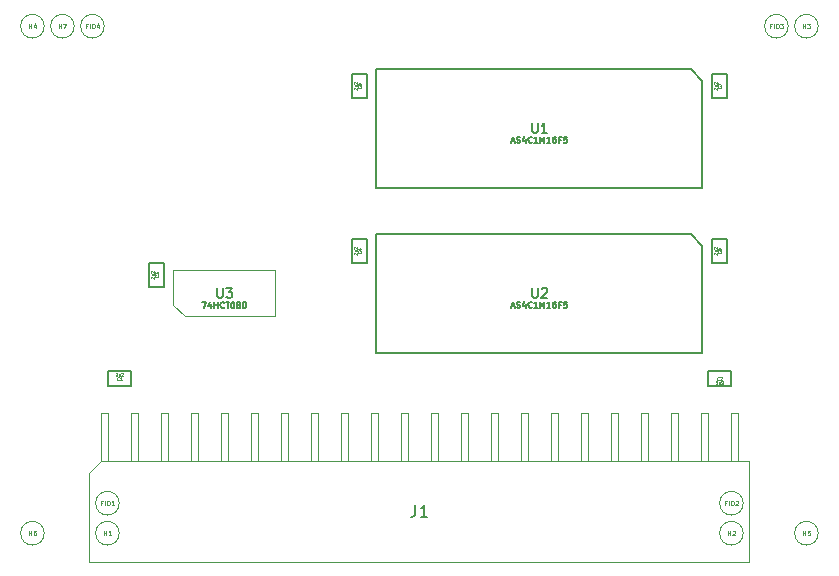
<source format=gbr>
G04 #@! TF.GenerationSoftware,KiCad,Pcbnew,(6.0.1-0)*
G04 #@! TF.CreationDate,2022-02-10T22:24:19-05:00*
G04 #@! TF.ProjectId,MacClassicRAMCard,4d616343-6c61-4737-9369-6352414d4361,rev?*
G04 #@! TF.SameCoordinates,Original*
G04 #@! TF.FileFunction,AssemblyDrawing,Top*
%FSLAX46Y46*%
G04 Gerber Fmt 4.6, Leading zero omitted, Abs format (unit mm)*
G04 Created by KiCad (PCBNEW (6.0.1-0)) date 2022-02-10 22:24:19*
%MOMM*%
%LPD*%
G01*
G04 APERTURE LIST*
%ADD10C,0.100000*%
%ADD11C,0.063500*%
%ADD12C,0.150000*%
%ADD13C,0.203200*%
%ADD14C,0.127000*%
G04 APERTURE END LIST*
D10*
X92535428Y-90395428D02*
X92402095Y-90395428D01*
X92402095Y-90604952D02*
X92402095Y-90204952D01*
X92592571Y-90204952D01*
X92744952Y-90604952D02*
X92744952Y-90204952D01*
X92935428Y-90604952D02*
X92935428Y-90204952D01*
X93030666Y-90204952D01*
X93087809Y-90224000D01*
X93125904Y-90262095D01*
X93144952Y-90300190D01*
X93164000Y-90376380D01*
X93164000Y-90433523D01*
X93144952Y-90509714D01*
X93125904Y-90547809D01*
X93087809Y-90585904D01*
X93030666Y-90604952D01*
X92935428Y-90604952D01*
X93506857Y-90338285D02*
X93506857Y-90604952D01*
X93411619Y-90185904D02*
X93316380Y-90471619D01*
X93564000Y-90471619D01*
D11*
X115660714Y-109477333D02*
X115672809Y-109489428D01*
X115684904Y-109525714D01*
X115684904Y-109549904D01*
X115672809Y-109586190D01*
X115648619Y-109610380D01*
X115624428Y-109622476D01*
X115576047Y-109634571D01*
X115539761Y-109634571D01*
X115491380Y-109622476D01*
X115467190Y-109610380D01*
X115443000Y-109586190D01*
X115430904Y-109549904D01*
X115430904Y-109525714D01*
X115443000Y-109489428D01*
X115455095Y-109477333D01*
X115515571Y-109259619D02*
X115684904Y-109259619D01*
X115418809Y-109320095D02*
X115600238Y-109380571D01*
X115600238Y-109223333D01*
X115105095Y-109743428D02*
X115093000Y-109731333D01*
X115080904Y-109707142D01*
X115080904Y-109646666D01*
X115093000Y-109622476D01*
X115105095Y-109610380D01*
X115129285Y-109598285D01*
X115153476Y-109598285D01*
X115189761Y-109610380D01*
X115334904Y-109755523D01*
X115334904Y-109598285D01*
X115165571Y-109380571D02*
X115334904Y-109380571D01*
X115165571Y-109489428D02*
X115298619Y-109489428D01*
X115322809Y-109477333D01*
X115334904Y-109453142D01*
X115334904Y-109416857D01*
X115322809Y-109392666D01*
X115310714Y-109380571D01*
X115105095Y-109271714D02*
X115093000Y-109259619D01*
X115080904Y-109235428D01*
X115080904Y-109174952D01*
X115093000Y-109150761D01*
X115105095Y-109138666D01*
X115129285Y-109126571D01*
X115153476Y-109126571D01*
X115189761Y-109138666D01*
X115334904Y-109283809D01*
X115334904Y-109126571D01*
X95207666Y-120359714D02*
X95195571Y-120371809D01*
X95159285Y-120383904D01*
X95135095Y-120383904D01*
X95098809Y-120371809D01*
X95074619Y-120347619D01*
X95062523Y-120323428D01*
X95050428Y-120275047D01*
X95050428Y-120238761D01*
X95062523Y-120190380D01*
X95074619Y-120166190D01*
X95098809Y-120142000D01*
X95135095Y-120129904D01*
X95159285Y-120129904D01*
X95195571Y-120142000D01*
X95207666Y-120154095D01*
X95449571Y-120383904D02*
X95304428Y-120383904D01*
X95377000Y-120383904D02*
X95377000Y-120129904D01*
X95352809Y-120166190D01*
X95328619Y-120190380D01*
X95304428Y-120202476D01*
X94941571Y-119804095D02*
X94953666Y-119792000D01*
X94977857Y-119779904D01*
X95038333Y-119779904D01*
X95062523Y-119792000D01*
X95074619Y-119804095D01*
X95086714Y-119828285D01*
X95086714Y-119852476D01*
X95074619Y-119888761D01*
X94929476Y-120033904D01*
X95086714Y-120033904D01*
X95304428Y-119864571D02*
X95304428Y-120033904D01*
X95195571Y-119864571D02*
X95195571Y-119997619D01*
X95207666Y-120021809D01*
X95231857Y-120033904D01*
X95268142Y-120033904D01*
X95292333Y-120021809D01*
X95304428Y-120009714D01*
X95413285Y-119804095D02*
X95425380Y-119792000D01*
X95449571Y-119779904D01*
X95510047Y-119779904D01*
X95534238Y-119792000D01*
X95546333Y-119804095D01*
X95558428Y-119828285D01*
X95558428Y-119852476D01*
X95546333Y-119888761D01*
X95401190Y-120033904D01*
X95558428Y-120033904D01*
X146140714Y-109477333D02*
X146152809Y-109489428D01*
X146164904Y-109525714D01*
X146164904Y-109549904D01*
X146152809Y-109586190D01*
X146128619Y-109610380D01*
X146104428Y-109622476D01*
X146056047Y-109634571D01*
X146019761Y-109634571D01*
X145971380Y-109622476D01*
X145947190Y-109610380D01*
X145923000Y-109586190D01*
X145910904Y-109549904D01*
X145910904Y-109525714D01*
X145923000Y-109489428D01*
X145935095Y-109477333D01*
X145910904Y-109247523D02*
X145910904Y-109368476D01*
X146031857Y-109380571D01*
X146019761Y-109368476D01*
X146007666Y-109344285D01*
X146007666Y-109283809D01*
X146019761Y-109259619D01*
X146031857Y-109247523D01*
X146056047Y-109235428D01*
X146116523Y-109235428D01*
X146140714Y-109247523D01*
X146152809Y-109259619D01*
X146164904Y-109283809D01*
X146164904Y-109344285D01*
X146152809Y-109368476D01*
X146140714Y-109380571D01*
X145585095Y-109743428D02*
X145573000Y-109731333D01*
X145560904Y-109707142D01*
X145560904Y-109646666D01*
X145573000Y-109622476D01*
X145585095Y-109610380D01*
X145609285Y-109598285D01*
X145633476Y-109598285D01*
X145669761Y-109610380D01*
X145814904Y-109755523D01*
X145814904Y-109598285D01*
X145645571Y-109380571D02*
X145814904Y-109380571D01*
X145645571Y-109489428D02*
X145778619Y-109489428D01*
X145802809Y-109477333D01*
X145814904Y-109453142D01*
X145814904Y-109416857D01*
X145802809Y-109392666D01*
X145790714Y-109380571D01*
X145585095Y-109271714D02*
X145573000Y-109259619D01*
X145560904Y-109235428D01*
X145560904Y-109174952D01*
X145573000Y-109150761D01*
X145585095Y-109138666D01*
X145609285Y-109126571D01*
X145633476Y-109126571D01*
X145669761Y-109138666D01*
X145814904Y-109283809D01*
X145814904Y-109126571D01*
D10*
X150447428Y-90395428D02*
X150314095Y-90395428D01*
X150314095Y-90604952D02*
X150314095Y-90204952D01*
X150504571Y-90204952D01*
X150656952Y-90604952D02*
X150656952Y-90204952D01*
X150847428Y-90604952D02*
X150847428Y-90204952D01*
X150942666Y-90204952D01*
X150999809Y-90224000D01*
X151037904Y-90262095D01*
X151056952Y-90300190D01*
X151076000Y-90376380D01*
X151076000Y-90433523D01*
X151056952Y-90509714D01*
X151037904Y-90547809D01*
X150999809Y-90585904D01*
X150942666Y-90604952D01*
X150847428Y-90604952D01*
X151209333Y-90204952D02*
X151456952Y-90204952D01*
X151323619Y-90357333D01*
X151380761Y-90357333D01*
X151418857Y-90376380D01*
X151437904Y-90395428D01*
X151456952Y-90433523D01*
X151456952Y-90528761D01*
X151437904Y-90566857D01*
X151418857Y-90585904D01*
X151380761Y-90604952D01*
X151266476Y-90604952D01*
X151228380Y-90585904D01*
X151209333Y-90566857D01*
X87579238Y-90604952D02*
X87579238Y-90204952D01*
X87579238Y-90395428D02*
X87807809Y-90395428D01*
X87807809Y-90604952D02*
X87807809Y-90204952D01*
X88169714Y-90338285D02*
X88169714Y-90604952D01*
X88074476Y-90185904D02*
X87979238Y-90471619D01*
X88226857Y-90471619D01*
X153111238Y-90604952D02*
X153111238Y-90204952D01*
X153111238Y-90395428D02*
X153339809Y-90395428D01*
X153339809Y-90604952D02*
X153339809Y-90204952D01*
X153492190Y-90204952D02*
X153739809Y-90204952D01*
X153606476Y-90357333D01*
X153663619Y-90357333D01*
X153701714Y-90376380D01*
X153720761Y-90395428D01*
X153739809Y-90433523D01*
X153739809Y-90528761D01*
X153720761Y-90566857D01*
X153701714Y-90585904D01*
X153663619Y-90604952D01*
X153549333Y-90604952D01*
X153511238Y-90585904D01*
X153492190Y-90566857D01*
D12*
X120316666Y-130957380D02*
X120316666Y-131671666D01*
X120269047Y-131814523D01*
X120173809Y-131909761D01*
X120030952Y-131957380D01*
X119935714Y-131957380D01*
X121316666Y-131957380D02*
X120745238Y-131957380D01*
X121030952Y-131957380D02*
X121030952Y-130957380D01*
X120935714Y-131100238D01*
X120840476Y-131195476D01*
X120745238Y-131243095D01*
D10*
X146761238Y-133530952D02*
X146761238Y-133130952D01*
X146761238Y-133321428D02*
X146989809Y-133321428D01*
X146989809Y-133530952D02*
X146989809Y-133130952D01*
X147161238Y-133169047D02*
X147180285Y-133150000D01*
X147218380Y-133130952D01*
X147313619Y-133130952D01*
X147351714Y-133150000D01*
X147370761Y-133169047D01*
X147389809Y-133207142D01*
X147389809Y-133245238D01*
X147370761Y-133302380D01*
X147142190Y-133530952D01*
X147389809Y-133530952D01*
X93805428Y-130781428D02*
X93672095Y-130781428D01*
X93672095Y-130990952D02*
X93672095Y-130590952D01*
X93862571Y-130590952D01*
X94014952Y-130990952D02*
X94014952Y-130590952D01*
X94205428Y-130990952D02*
X94205428Y-130590952D01*
X94300666Y-130590952D01*
X94357809Y-130610000D01*
X94395904Y-130648095D01*
X94414952Y-130686190D01*
X94434000Y-130762380D01*
X94434000Y-130819523D01*
X94414952Y-130895714D01*
X94395904Y-130933809D01*
X94357809Y-130971904D01*
X94300666Y-130990952D01*
X94205428Y-130990952D01*
X94814952Y-130990952D02*
X94586380Y-130990952D01*
X94700666Y-130990952D02*
X94700666Y-130590952D01*
X94662571Y-130648095D01*
X94624476Y-130686190D01*
X94586380Y-130705238D01*
X146637428Y-130781428D02*
X146504095Y-130781428D01*
X146504095Y-130990952D02*
X146504095Y-130590952D01*
X146694571Y-130590952D01*
X146846952Y-130990952D02*
X146846952Y-130590952D01*
X147037428Y-130990952D02*
X147037428Y-130590952D01*
X147132666Y-130590952D01*
X147189809Y-130610000D01*
X147227904Y-130648095D01*
X147246952Y-130686190D01*
X147266000Y-130762380D01*
X147266000Y-130819523D01*
X147246952Y-130895714D01*
X147227904Y-130933809D01*
X147189809Y-130971904D01*
X147132666Y-130990952D01*
X147037428Y-130990952D01*
X147418380Y-130629047D02*
X147437428Y-130610000D01*
X147475523Y-130590952D01*
X147570761Y-130590952D01*
X147608857Y-130610000D01*
X147627904Y-130629047D01*
X147646952Y-130667142D01*
X147646952Y-130705238D01*
X147627904Y-130762380D01*
X147399333Y-130990952D01*
X147646952Y-130990952D01*
D13*
X130190723Y-98614895D02*
X130190723Y-99272876D01*
X130229428Y-99350285D01*
X130268133Y-99388990D01*
X130345542Y-99427695D01*
X130500361Y-99427695D01*
X130577771Y-99388990D01*
X130616476Y-99350285D01*
X130655180Y-99272876D01*
X130655180Y-98614895D01*
X131467980Y-99427695D02*
X131003523Y-99427695D01*
X131235752Y-99427695D02*
X131235752Y-98614895D01*
X131158342Y-98731009D01*
X131080933Y-98808419D01*
X131003523Y-98847123D01*
D14*
X128475619Y-100144666D02*
X128717523Y-100144666D01*
X128427238Y-100289809D02*
X128596571Y-99781809D01*
X128765904Y-100289809D01*
X128911047Y-100265619D02*
X128983619Y-100289809D01*
X129104571Y-100289809D01*
X129152952Y-100265619D01*
X129177142Y-100241428D01*
X129201333Y-100193047D01*
X129201333Y-100144666D01*
X129177142Y-100096285D01*
X129152952Y-100072095D01*
X129104571Y-100047904D01*
X129007809Y-100023714D01*
X128959428Y-99999523D01*
X128935238Y-99975333D01*
X128911047Y-99926952D01*
X128911047Y-99878571D01*
X128935238Y-99830190D01*
X128959428Y-99806000D01*
X129007809Y-99781809D01*
X129128761Y-99781809D01*
X129201333Y-99806000D01*
X129636761Y-99951142D02*
X129636761Y-100289809D01*
X129515809Y-99757619D02*
X129394857Y-100120476D01*
X129709333Y-100120476D01*
X130193142Y-100241428D02*
X130168952Y-100265619D01*
X130096380Y-100289809D01*
X130048000Y-100289809D01*
X129975428Y-100265619D01*
X129927047Y-100217238D01*
X129902857Y-100168857D01*
X129878666Y-100072095D01*
X129878666Y-99999523D01*
X129902857Y-99902761D01*
X129927047Y-99854380D01*
X129975428Y-99806000D01*
X130048000Y-99781809D01*
X130096380Y-99781809D01*
X130168952Y-99806000D01*
X130193142Y-99830190D01*
X130676952Y-100289809D02*
X130386666Y-100289809D01*
X130531809Y-100289809D02*
X130531809Y-99781809D01*
X130483428Y-99854380D01*
X130435047Y-99902761D01*
X130386666Y-99926952D01*
X130894666Y-100289809D02*
X130894666Y-99781809D01*
X131064000Y-100144666D01*
X131233333Y-99781809D01*
X131233333Y-100289809D01*
X131741333Y-100289809D02*
X131451047Y-100289809D01*
X131596190Y-100289809D02*
X131596190Y-99781809D01*
X131547809Y-99854380D01*
X131499428Y-99902761D01*
X131451047Y-99926952D01*
X132176761Y-99781809D02*
X132080000Y-99781809D01*
X132031619Y-99806000D01*
X132007428Y-99830190D01*
X131959047Y-99902761D01*
X131934857Y-99999523D01*
X131934857Y-100193047D01*
X131959047Y-100241428D01*
X131983238Y-100265619D01*
X132031619Y-100289809D01*
X132128380Y-100289809D01*
X132176761Y-100265619D01*
X132200952Y-100241428D01*
X132225142Y-100193047D01*
X132225142Y-100072095D01*
X132200952Y-100023714D01*
X132176761Y-99999523D01*
X132128380Y-99975333D01*
X132031619Y-99975333D01*
X131983238Y-99999523D01*
X131959047Y-100023714D01*
X131934857Y-100072095D01*
X132612190Y-100023714D02*
X132442857Y-100023714D01*
X132442857Y-100289809D02*
X132442857Y-99781809D01*
X132684761Y-99781809D01*
X133120190Y-99781809D02*
X132878285Y-99781809D01*
X132854095Y-100023714D01*
X132878285Y-99999523D01*
X132926666Y-99975333D01*
X133047619Y-99975333D01*
X133096000Y-99999523D01*
X133120190Y-100023714D01*
X133144380Y-100072095D01*
X133144380Y-100193047D01*
X133120190Y-100241428D01*
X133096000Y-100265619D01*
X133047619Y-100289809D01*
X132926666Y-100289809D01*
X132878285Y-100265619D01*
X132854095Y-100241428D01*
D13*
X103520723Y-112584895D02*
X103520723Y-113242876D01*
X103559428Y-113320285D01*
X103598133Y-113358990D01*
X103675542Y-113397695D01*
X103830361Y-113397695D01*
X103907771Y-113358990D01*
X103946476Y-113320285D01*
X103985180Y-113242876D01*
X103985180Y-112584895D01*
X104294819Y-112584895D02*
X104797980Y-112584895D01*
X104527047Y-112894533D01*
X104643161Y-112894533D01*
X104720571Y-112933238D01*
X104759276Y-112971942D01*
X104797980Y-113049352D01*
X104797980Y-113242876D01*
X104759276Y-113320285D01*
X104720571Y-113358990D01*
X104643161Y-113397695D01*
X104410933Y-113397695D01*
X104333523Y-113358990D01*
X104294819Y-113320285D01*
D14*
X102277333Y-113767809D02*
X102616000Y-113767809D01*
X102398285Y-114275809D01*
X103027238Y-113937142D02*
X103027238Y-114275809D01*
X102906285Y-113743619D02*
X102785333Y-114106476D01*
X103099809Y-114106476D01*
X103293333Y-114275809D02*
X103293333Y-113767809D01*
X103293333Y-114009714D02*
X103583619Y-114009714D01*
X103583619Y-114275809D02*
X103583619Y-113767809D01*
X104115809Y-114227428D02*
X104091619Y-114251619D01*
X104019047Y-114275809D01*
X103970666Y-114275809D01*
X103898095Y-114251619D01*
X103849714Y-114203238D01*
X103825523Y-114154857D01*
X103801333Y-114058095D01*
X103801333Y-113985523D01*
X103825523Y-113888761D01*
X103849714Y-113840380D01*
X103898095Y-113792000D01*
X103970666Y-113767809D01*
X104019047Y-113767809D01*
X104091619Y-113792000D01*
X104115809Y-113816190D01*
X104260952Y-113767809D02*
X104551238Y-113767809D01*
X104406095Y-114275809D02*
X104406095Y-113767809D01*
X104817333Y-113767809D02*
X104865714Y-113767809D01*
X104914095Y-113792000D01*
X104938285Y-113816190D01*
X104962476Y-113864571D01*
X104986666Y-113961333D01*
X104986666Y-114082285D01*
X104962476Y-114179047D01*
X104938285Y-114227428D01*
X104914095Y-114251619D01*
X104865714Y-114275809D01*
X104817333Y-114275809D01*
X104768952Y-114251619D01*
X104744761Y-114227428D01*
X104720571Y-114179047D01*
X104696380Y-114082285D01*
X104696380Y-113961333D01*
X104720571Y-113864571D01*
X104744761Y-113816190D01*
X104768952Y-113792000D01*
X104817333Y-113767809D01*
X105276952Y-113985523D02*
X105228571Y-113961333D01*
X105204380Y-113937142D01*
X105180190Y-113888761D01*
X105180190Y-113864571D01*
X105204380Y-113816190D01*
X105228571Y-113792000D01*
X105276952Y-113767809D01*
X105373714Y-113767809D01*
X105422095Y-113792000D01*
X105446285Y-113816190D01*
X105470476Y-113864571D01*
X105470476Y-113888761D01*
X105446285Y-113937142D01*
X105422095Y-113961333D01*
X105373714Y-113985523D01*
X105276952Y-113985523D01*
X105228571Y-114009714D01*
X105204380Y-114033904D01*
X105180190Y-114082285D01*
X105180190Y-114179047D01*
X105204380Y-114227428D01*
X105228571Y-114251619D01*
X105276952Y-114275809D01*
X105373714Y-114275809D01*
X105422095Y-114251619D01*
X105446285Y-114227428D01*
X105470476Y-114179047D01*
X105470476Y-114082285D01*
X105446285Y-114033904D01*
X105422095Y-114009714D01*
X105373714Y-113985523D01*
X105688190Y-114275809D02*
X105688190Y-113767809D01*
X105809142Y-113767809D01*
X105881714Y-113792000D01*
X105930095Y-113840380D01*
X105954285Y-113888761D01*
X105978476Y-113985523D01*
X105978476Y-114058095D01*
X105954285Y-114154857D01*
X105930095Y-114203238D01*
X105881714Y-114251619D01*
X105809142Y-114275809D01*
X105688190Y-114275809D01*
D13*
X130190723Y-112584895D02*
X130190723Y-113242876D01*
X130229428Y-113320285D01*
X130268133Y-113358990D01*
X130345542Y-113397695D01*
X130500361Y-113397695D01*
X130577771Y-113358990D01*
X130616476Y-113320285D01*
X130655180Y-113242876D01*
X130655180Y-112584895D01*
X131003523Y-112662304D02*
X131042228Y-112623600D01*
X131119638Y-112584895D01*
X131313161Y-112584895D01*
X131390571Y-112623600D01*
X131429276Y-112662304D01*
X131467980Y-112739714D01*
X131467980Y-112817123D01*
X131429276Y-112933238D01*
X130964819Y-113397695D01*
X131467980Y-113397695D01*
D14*
X128475619Y-114114666D02*
X128717523Y-114114666D01*
X128427238Y-114259809D02*
X128596571Y-113751809D01*
X128765904Y-114259809D01*
X128911047Y-114235619D02*
X128983619Y-114259809D01*
X129104571Y-114259809D01*
X129152952Y-114235619D01*
X129177142Y-114211428D01*
X129201333Y-114163047D01*
X129201333Y-114114666D01*
X129177142Y-114066285D01*
X129152952Y-114042095D01*
X129104571Y-114017904D01*
X129007809Y-113993714D01*
X128959428Y-113969523D01*
X128935238Y-113945333D01*
X128911047Y-113896952D01*
X128911047Y-113848571D01*
X128935238Y-113800190D01*
X128959428Y-113776000D01*
X129007809Y-113751809D01*
X129128761Y-113751809D01*
X129201333Y-113776000D01*
X129636761Y-113921142D02*
X129636761Y-114259809D01*
X129515809Y-113727619D02*
X129394857Y-114090476D01*
X129709333Y-114090476D01*
X130193142Y-114211428D02*
X130168952Y-114235619D01*
X130096380Y-114259809D01*
X130048000Y-114259809D01*
X129975428Y-114235619D01*
X129927047Y-114187238D01*
X129902857Y-114138857D01*
X129878666Y-114042095D01*
X129878666Y-113969523D01*
X129902857Y-113872761D01*
X129927047Y-113824380D01*
X129975428Y-113776000D01*
X130048000Y-113751809D01*
X130096380Y-113751809D01*
X130168952Y-113776000D01*
X130193142Y-113800190D01*
X130676952Y-114259809D02*
X130386666Y-114259809D01*
X130531809Y-114259809D02*
X130531809Y-113751809D01*
X130483428Y-113824380D01*
X130435047Y-113872761D01*
X130386666Y-113896952D01*
X130894666Y-114259809D02*
X130894666Y-113751809D01*
X131064000Y-114114666D01*
X131233333Y-113751809D01*
X131233333Y-114259809D01*
X131741333Y-114259809D02*
X131451047Y-114259809D01*
X131596190Y-114259809D02*
X131596190Y-113751809D01*
X131547809Y-113824380D01*
X131499428Y-113872761D01*
X131451047Y-113896952D01*
X132176761Y-113751809D02*
X132080000Y-113751809D01*
X132031619Y-113776000D01*
X132007428Y-113800190D01*
X131959047Y-113872761D01*
X131934857Y-113969523D01*
X131934857Y-114163047D01*
X131959047Y-114211428D01*
X131983238Y-114235619D01*
X132031619Y-114259809D01*
X132128380Y-114259809D01*
X132176761Y-114235619D01*
X132200952Y-114211428D01*
X132225142Y-114163047D01*
X132225142Y-114042095D01*
X132200952Y-113993714D01*
X132176761Y-113969523D01*
X132128380Y-113945333D01*
X132031619Y-113945333D01*
X131983238Y-113969523D01*
X131959047Y-113993714D01*
X131934857Y-114042095D01*
X132612190Y-113993714D02*
X132442857Y-113993714D01*
X132442857Y-114259809D02*
X132442857Y-113751809D01*
X132684761Y-113751809D01*
X133120190Y-113751809D02*
X132878285Y-113751809D01*
X132854095Y-113993714D01*
X132878285Y-113969523D01*
X132926666Y-113945333D01*
X133047619Y-113945333D01*
X133096000Y-113969523D01*
X133120190Y-113993714D01*
X133144380Y-114042095D01*
X133144380Y-114163047D01*
X133120190Y-114211428D01*
X133096000Y-114235619D01*
X133047619Y-114259809D01*
X132926666Y-114259809D01*
X132878285Y-114235619D01*
X132854095Y-114211428D01*
D11*
X146007666Y-120359714D02*
X145995571Y-120371809D01*
X145959285Y-120383904D01*
X145935095Y-120383904D01*
X145898809Y-120371809D01*
X145874619Y-120347619D01*
X145862523Y-120323428D01*
X145850428Y-120275047D01*
X145850428Y-120238761D01*
X145862523Y-120190380D01*
X145874619Y-120166190D01*
X145898809Y-120142000D01*
X145935095Y-120129904D01*
X145959285Y-120129904D01*
X145995571Y-120142000D01*
X146007666Y-120154095D01*
X146104428Y-120154095D02*
X146116523Y-120142000D01*
X146140714Y-120129904D01*
X146201190Y-120129904D01*
X146225380Y-120142000D01*
X146237476Y-120154095D01*
X146249571Y-120178285D01*
X146249571Y-120202476D01*
X146237476Y-120238761D01*
X146092333Y-120383904D01*
X146249571Y-120383904D01*
X145741571Y-120504095D02*
X145753666Y-120492000D01*
X145777857Y-120479904D01*
X145838333Y-120479904D01*
X145862523Y-120492000D01*
X145874619Y-120504095D01*
X145886714Y-120528285D01*
X145886714Y-120552476D01*
X145874619Y-120588761D01*
X145729476Y-120733904D01*
X145886714Y-120733904D01*
X146104428Y-120564571D02*
X146104428Y-120733904D01*
X145995571Y-120564571D02*
X145995571Y-120697619D01*
X146007666Y-120721809D01*
X146031857Y-120733904D01*
X146068142Y-120733904D01*
X146092333Y-120721809D01*
X146104428Y-120709714D01*
X146213285Y-120504095D02*
X146225380Y-120492000D01*
X146249571Y-120479904D01*
X146310047Y-120479904D01*
X146334238Y-120492000D01*
X146346333Y-120504095D01*
X146358428Y-120528285D01*
X146358428Y-120552476D01*
X146346333Y-120588761D01*
X146201190Y-120733904D01*
X146358428Y-120733904D01*
X98515714Y-111509333D02*
X98527809Y-111521428D01*
X98539904Y-111557714D01*
X98539904Y-111581904D01*
X98527809Y-111618190D01*
X98503619Y-111642380D01*
X98479428Y-111654476D01*
X98431047Y-111666571D01*
X98394761Y-111666571D01*
X98346380Y-111654476D01*
X98322190Y-111642380D01*
X98298000Y-111618190D01*
X98285904Y-111581904D01*
X98285904Y-111557714D01*
X98298000Y-111521428D01*
X98310095Y-111509333D01*
X98285904Y-111424666D02*
X98285904Y-111267428D01*
X98382666Y-111352095D01*
X98382666Y-111315809D01*
X98394761Y-111291619D01*
X98406857Y-111279523D01*
X98431047Y-111267428D01*
X98491523Y-111267428D01*
X98515714Y-111279523D01*
X98527809Y-111291619D01*
X98539904Y-111315809D01*
X98539904Y-111388380D01*
X98527809Y-111412571D01*
X98515714Y-111424666D01*
X97960095Y-111775428D02*
X97948000Y-111763333D01*
X97935904Y-111739142D01*
X97935904Y-111678666D01*
X97948000Y-111654476D01*
X97960095Y-111642380D01*
X97984285Y-111630285D01*
X98008476Y-111630285D01*
X98044761Y-111642380D01*
X98189904Y-111787523D01*
X98189904Y-111630285D01*
X98020571Y-111412571D02*
X98189904Y-111412571D01*
X98020571Y-111521428D02*
X98153619Y-111521428D01*
X98177809Y-111509333D01*
X98189904Y-111485142D01*
X98189904Y-111448857D01*
X98177809Y-111424666D01*
X98165714Y-111412571D01*
X97960095Y-111303714D02*
X97948000Y-111291619D01*
X97935904Y-111267428D01*
X97935904Y-111206952D01*
X97948000Y-111182761D01*
X97960095Y-111170666D01*
X97984285Y-111158571D01*
X98008476Y-111158571D01*
X98044761Y-111170666D01*
X98189904Y-111315809D01*
X98189904Y-111158571D01*
X146140714Y-95507333D02*
X146152809Y-95519428D01*
X146164904Y-95555714D01*
X146164904Y-95579904D01*
X146152809Y-95616190D01*
X146128619Y-95640380D01*
X146104428Y-95652476D01*
X146056047Y-95664571D01*
X146019761Y-95664571D01*
X145971380Y-95652476D01*
X145947190Y-95640380D01*
X145923000Y-95616190D01*
X145910904Y-95579904D01*
X145910904Y-95555714D01*
X145923000Y-95519428D01*
X145935095Y-95507333D01*
X145910904Y-95422666D02*
X145910904Y-95253333D01*
X146164904Y-95362190D01*
X145585095Y-95773428D02*
X145573000Y-95761333D01*
X145560904Y-95737142D01*
X145560904Y-95676666D01*
X145573000Y-95652476D01*
X145585095Y-95640380D01*
X145609285Y-95628285D01*
X145633476Y-95628285D01*
X145669761Y-95640380D01*
X145814904Y-95785523D01*
X145814904Y-95628285D01*
X145645571Y-95410571D02*
X145814904Y-95410571D01*
X145645571Y-95519428D02*
X145778619Y-95519428D01*
X145802809Y-95507333D01*
X145814904Y-95483142D01*
X145814904Y-95446857D01*
X145802809Y-95422666D01*
X145790714Y-95410571D01*
X145585095Y-95301714D02*
X145573000Y-95289619D01*
X145560904Y-95265428D01*
X145560904Y-95204952D01*
X145573000Y-95180761D01*
X145585095Y-95168666D01*
X145609285Y-95156571D01*
X145633476Y-95156571D01*
X145669761Y-95168666D01*
X145814904Y-95313809D01*
X145814904Y-95156571D01*
X115660714Y-95507333D02*
X115672809Y-95519428D01*
X115684904Y-95555714D01*
X115684904Y-95579904D01*
X115672809Y-95616190D01*
X115648619Y-95640380D01*
X115624428Y-95652476D01*
X115576047Y-95664571D01*
X115539761Y-95664571D01*
X115491380Y-95652476D01*
X115467190Y-95640380D01*
X115443000Y-95616190D01*
X115430904Y-95579904D01*
X115430904Y-95555714D01*
X115443000Y-95519428D01*
X115455095Y-95507333D01*
X115430904Y-95289619D02*
X115430904Y-95338000D01*
X115443000Y-95362190D01*
X115455095Y-95374285D01*
X115491380Y-95398476D01*
X115539761Y-95410571D01*
X115636523Y-95410571D01*
X115660714Y-95398476D01*
X115672809Y-95386380D01*
X115684904Y-95362190D01*
X115684904Y-95313809D01*
X115672809Y-95289619D01*
X115660714Y-95277523D01*
X115636523Y-95265428D01*
X115576047Y-95265428D01*
X115551857Y-95277523D01*
X115539761Y-95289619D01*
X115527666Y-95313809D01*
X115527666Y-95362190D01*
X115539761Y-95386380D01*
X115551857Y-95398476D01*
X115576047Y-95410571D01*
X115105095Y-95773428D02*
X115093000Y-95761333D01*
X115080904Y-95737142D01*
X115080904Y-95676666D01*
X115093000Y-95652476D01*
X115105095Y-95640380D01*
X115129285Y-95628285D01*
X115153476Y-95628285D01*
X115189761Y-95640380D01*
X115334904Y-95785523D01*
X115334904Y-95628285D01*
X115165571Y-95410571D02*
X115334904Y-95410571D01*
X115165571Y-95519428D02*
X115298619Y-95519428D01*
X115322809Y-95507333D01*
X115334904Y-95483142D01*
X115334904Y-95446857D01*
X115322809Y-95422666D01*
X115310714Y-95410571D01*
X115105095Y-95301714D02*
X115093000Y-95289619D01*
X115080904Y-95265428D01*
X115080904Y-95204952D01*
X115093000Y-95180761D01*
X115105095Y-95168666D01*
X115129285Y-95156571D01*
X115153476Y-95156571D01*
X115189761Y-95168666D01*
X115334904Y-95313809D01*
X115334904Y-95156571D01*
D10*
X93929238Y-133530952D02*
X93929238Y-133130952D01*
X93929238Y-133321428D02*
X94157809Y-133321428D01*
X94157809Y-133530952D02*
X94157809Y-133130952D01*
X94557809Y-133530952D02*
X94329238Y-133530952D01*
X94443523Y-133530952D02*
X94443523Y-133130952D01*
X94405428Y-133188095D01*
X94367333Y-133226190D01*
X94329238Y-133245238D01*
X87579238Y-133530952D02*
X87579238Y-133130952D01*
X87579238Y-133321428D02*
X87807809Y-133321428D01*
X87807809Y-133530952D02*
X87807809Y-133130952D01*
X88169714Y-133130952D02*
X88093523Y-133130952D01*
X88055428Y-133150000D01*
X88036380Y-133169047D01*
X87998285Y-133226190D01*
X87979238Y-133302380D01*
X87979238Y-133454761D01*
X87998285Y-133492857D01*
X88017333Y-133511904D01*
X88055428Y-133530952D01*
X88131619Y-133530952D01*
X88169714Y-133511904D01*
X88188761Y-133492857D01*
X88207809Y-133454761D01*
X88207809Y-133359523D01*
X88188761Y-133321428D01*
X88169714Y-133302380D01*
X88131619Y-133283333D01*
X88055428Y-133283333D01*
X88017333Y-133302380D01*
X87998285Y-133321428D01*
X87979238Y-133359523D01*
X90119238Y-90604952D02*
X90119238Y-90204952D01*
X90119238Y-90395428D02*
X90347809Y-90395428D01*
X90347809Y-90604952D02*
X90347809Y-90204952D01*
X90500190Y-90204952D02*
X90766857Y-90204952D01*
X90595428Y-90604952D01*
X153111238Y-133530952D02*
X153111238Y-133130952D01*
X153111238Y-133321428D02*
X153339809Y-133321428D01*
X153339809Y-133530952D02*
X153339809Y-133130952D01*
X153720761Y-133130952D02*
X153530285Y-133130952D01*
X153511238Y-133321428D01*
X153530285Y-133302380D01*
X153568380Y-133283333D01*
X153663619Y-133283333D01*
X153701714Y-133302380D01*
X153720761Y-133321428D01*
X153739809Y-133359523D01*
X153739809Y-133454761D01*
X153720761Y-133492857D01*
X153701714Y-133511904D01*
X153663619Y-133530952D01*
X153568380Y-133530952D01*
X153530285Y-133511904D01*
X153511238Y-133492857D01*
X93964000Y-90424000D02*
G75*
G03*
X93964000Y-90424000I-1000000J0D01*
G01*
D12*
X116195000Y-110435000D02*
X114945000Y-110435000D01*
X114945000Y-110435000D02*
X114945000Y-108435000D01*
X116195000Y-108435000D02*
X116195000Y-110435000D01*
X114945000Y-108435000D02*
X116195000Y-108435000D01*
X96250000Y-120894000D02*
X94250000Y-120894000D01*
X94250000Y-120894000D02*
X94250000Y-119644000D01*
X94250000Y-119644000D02*
X96250000Y-119644000D01*
X96250000Y-119644000D02*
X96250000Y-120894000D01*
X145425000Y-108435000D02*
X146675000Y-108435000D01*
X146675000Y-110435000D02*
X145425000Y-110435000D01*
X146675000Y-108435000D02*
X146675000Y-110435000D01*
X145425000Y-110435000D02*
X145425000Y-108435000D01*
D10*
X151876000Y-90424000D02*
G75*
G03*
X151876000Y-90424000I-1000000J0D01*
G01*
X88884000Y-90424000D02*
G75*
G03*
X88884000Y-90424000I-1000000J0D01*
G01*
X154416000Y-90424000D02*
G75*
G03*
X154416000Y-90424000I-1000000J0D01*
G01*
X114000000Y-123190000D02*
X114000000Y-127250000D01*
X124160000Y-123190000D02*
X124160000Y-127250000D01*
X137460000Y-127250000D02*
X137460000Y-123190000D01*
X121620000Y-123190000D02*
X121620000Y-127250000D01*
X106380000Y-123190000D02*
X106380000Y-127250000D01*
X119080000Y-123190000D02*
X119080000Y-127250000D01*
X140000000Y-123190000D02*
X139400000Y-123190000D01*
X144480000Y-123190000D02*
X144480000Y-127250000D01*
X136860000Y-123190000D02*
X136860000Y-127250000D01*
X109520000Y-123190000D02*
X108920000Y-123190000D01*
X129840000Y-123190000D02*
X129240000Y-123190000D01*
X93680000Y-127250000D02*
X148590000Y-127250000D01*
X145080000Y-123190000D02*
X144480000Y-123190000D01*
X104440000Y-127250000D02*
X104440000Y-123190000D01*
X145080000Y-127250000D02*
X145080000Y-123190000D01*
X122220000Y-127250000D02*
X122220000Y-123190000D01*
X108920000Y-123190000D02*
X108920000Y-127250000D01*
X132380000Y-127250000D02*
X132380000Y-123190000D01*
X101900000Y-123190000D02*
X101300000Y-123190000D01*
X117140000Y-123190000D02*
X116540000Y-123190000D01*
X94280000Y-127250000D02*
X94280000Y-123190000D01*
X119680000Y-123190000D02*
X119080000Y-123190000D01*
X140000000Y-127250000D02*
X140000000Y-123190000D01*
X96220000Y-123190000D02*
X96220000Y-127250000D01*
X98760000Y-123190000D02*
X98760000Y-127250000D01*
X94280000Y-123190000D02*
X93680000Y-123190000D01*
X132380000Y-123190000D02*
X131780000Y-123190000D01*
X148590000Y-127250000D02*
X148590000Y-135760000D01*
X124760000Y-123190000D02*
X124160000Y-123190000D01*
X129840000Y-127250000D02*
X129840000Y-123190000D01*
X112060000Y-123190000D02*
X111460000Y-123190000D01*
X127300000Y-123190000D02*
X126700000Y-123190000D01*
X127300000Y-127250000D02*
X127300000Y-123190000D01*
X104440000Y-123190000D02*
X103840000Y-123190000D01*
X147020000Y-123190000D02*
X147020000Y-127250000D01*
X112060000Y-127250000D02*
X112060000Y-123190000D01*
X106980000Y-127250000D02*
X106980000Y-123190000D01*
X101300000Y-123190000D02*
X101300000Y-127250000D01*
X134920000Y-127250000D02*
X134920000Y-123190000D01*
X106980000Y-123190000D02*
X106380000Y-123190000D01*
X114600000Y-123190000D02*
X114000000Y-123190000D01*
X114600000Y-127250000D02*
X114600000Y-123190000D01*
X117140000Y-127250000D02*
X117140000Y-123190000D01*
X137460000Y-123190000D02*
X136860000Y-123190000D01*
X96820000Y-127250000D02*
X96820000Y-123190000D01*
X129240000Y-123190000D02*
X129240000Y-127250000D01*
X141940000Y-123190000D02*
X141940000Y-127250000D01*
X109520000Y-127250000D02*
X109520000Y-123190000D01*
X99360000Y-127250000D02*
X99360000Y-123190000D01*
X131780000Y-123190000D02*
X131780000Y-127250000D01*
X142540000Y-123190000D02*
X141940000Y-123190000D01*
X139400000Y-123190000D02*
X139400000Y-127250000D01*
X119680000Y-127250000D02*
X119680000Y-123190000D01*
X99360000Y-123190000D02*
X98760000Y-123190000D01*
X101900000Y-127250000D02*
X101900000Y-123190000D01*
X147620000Y-123190000D02*
X147020000Y-123190000D01*
X124760000Y-127250000D02*
X124760000Y-123190000D01*
X92710000Y-128220000D02*
X93680000Y-127250000D01*
X92710000Y-128220000D02*
X92710000Y-135760000D01*
X96820000Y-123190000D02*
X96220000Y-123190000D01*
X134920000Y-123190000D02*
X134320000Y-123190000D01*
X111460000Y-123190000D02*
X111460000Y-127250000D01*
X126700000Y-123190000D02*
X126700000Y-127250000D01*
X147620000Y-127250000D02*
X147620000Y-123190000D01*
X134320000Y-123190000D02*
X134320000Y-127250000D01*
X122220000Y-123190000D02*
X121620000Y-123190000D01*
X148590000Y-135760000D02*
X92710000Y-135760000D01*
X93680000Y-123190000D02*
X93680000Y-127250000D01*
X142540000Y-127250000D02*
X142540000Y-123190000D01*
X103840000Y-123190000D02*
X103840000Y-127250000D01*
X116540000Y-123190000D02*
X116540000Y-127250000D01*
X148066000Y-133350000D02*
G75*
G03*
X148066000Y-133350000I-1000000J0D01*
G01*
X95234000Y-130810000D02*
G75*
G03*
X95234000Y-130810000I-1000000J0D01*
G01*
X148066000Y-130810000D02*
G75*
G03*
X148066000Y-130810000I-1000000J0D01*
G01*
D12*
X143605000Y-94040000D02*
X144605000Y-95040000D01*
X143605000Y-94040000D02*
X117015000Y-94040000D01*
X117015000Y-104080000D02*
X117015000Y-94040000D01*
X144605000Y-95040000D02*
X144605000Y-104080000D01*
X144605000Y-104080000D02*
X117015000Y-104080000D01*
D10*
X108455000Y-111080000D02*
X108455000Y-114980000D01*
X100800000Y-114980000D02*
X99825000Y-114005000D01*
X108455000Y-114980000D02*
X100800000Y-114980000D01*
X99825000Y-111080000D02*
X108455000Y-111080000D01*
X99825000Y-114005000D02*
X99825000Y-111080000D01*
D12*
X144605000Y-118050000D02*
X117015000Y-118050000D01*
X143605000Y-108010000D02*
X117015000Y-108010000D01*
X144605000Y-109010000D02*
X144605000Y-118050000D01*
X143605000Y-108010000D02*
X144605000Y-109010000D01*
X117015000Y-118050000D02*
X117015000Y-108010000D01*
X147050000Y-119644000D02*
X147050000Y-120894000D01*
X147050000Y-120894000D02*
X145050000Y-120894000D01*
X145050000Y-120894000D02*
X145050000Y-119644000D01*
X145050000Y-119644000D02*
X147050000Y-119644000D01*
X97800000Y-112467000D02*
X97800000Y-110467000D01*
X97800000Y-110467000D02*
X99050000Y-110467000D01*
X99050000Y-110467000D02*
X99050000Y-112467000D01*
X99050000Y-112467000D02*
X97800000Y-112467000D01*
X145425000Y-96465000D02*
X145425000Y-94465000D01*
X145425000Y-94465000D02*
X146675000Y-94465000D01*
X146675000Y-94465000D02*
X146675000Y-96465000D01*
X146675000Y-96465000D02*
X145425000Y-96465000D01*
X116195000Y-96465000D02*
X114945000Y-96465000D01*
X114945000Y-96465000D02*
X114945000Y-94465000D01*
X114945000Y-94465000D02*
X116195000Y-94465000D01*
X116195000Y-94465000D02*
X116195000Y-96465000D01*
D10*
X95234000Y-133350000D02*
G75*
G03*
X95234000Y-133350000I-1000000J0D01*
G01*
X88884000Y-133350000D02*
G75*
G03*
X88884000Y-133350000I-1000000J0D01*
G01*
X91424000Y-90424000D02*
G75*
G03*
X91424000Y-90424000I-1000000J0D01*
G01*
X154416000Y-133350000D02*
G75*
G03*
X154416000Y-133350000I-1000000J0D01*
G01*
M02*

</source>
